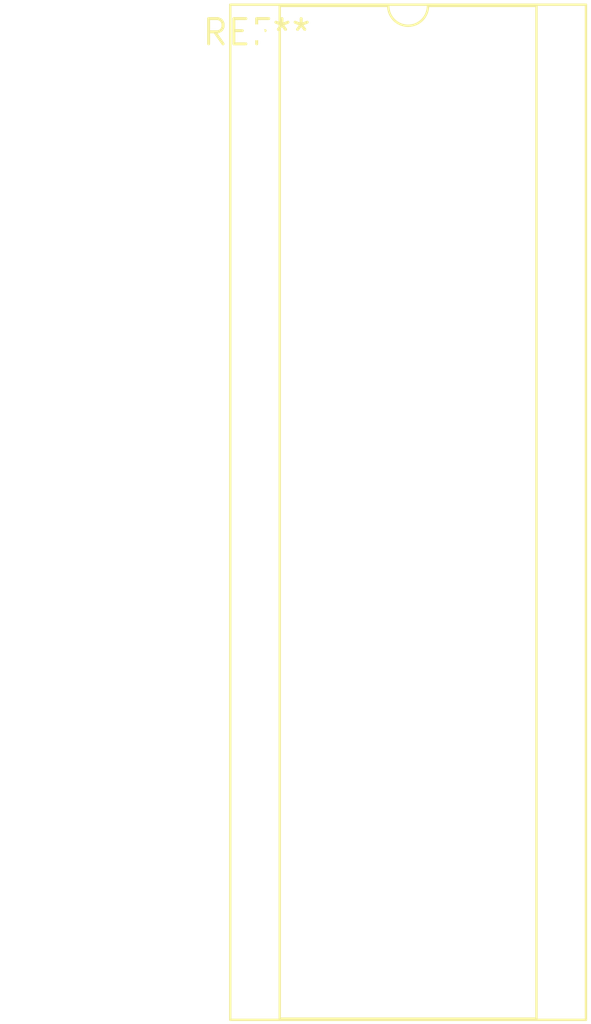
<source format=kicad_pcb>
(kicad_pcb (version 20240108) (generator pcbnew)
  (layers (0 "F.Cu" signal) (31 "B.Cu" signal) (34 "B.Paste" user) (35 "F.Paste" user) (36 "B.SilkS" user "B.Silkscreen") (37 "F.SilkS" user "F.Silkscreen") (38 "B.Mask" user) (39 "F.Mask" user) (44 "Edge.Cuts" user))
  (net 0 "")
  (footprint "DIP-40_W15.24mm_Socket" (layer "F.Cu") (at 0 0)
    (property "Reference" "REF**")
    (property "Value" "DIP-40_W15.24mm_Socket")
    (fp_line (start -1.33 -1.39) (end -1.33 49.65) (layer "F.SilkS") (stroke (width 0.12)))
    (fp_line (start -1.33 49.65) (end 16.57 49.65) (layer "F.SilkS") (stroke (width 0.12)))
    (fp_line (start 1.16 -1.33) (end 1.16 49.59) (layer "F.SilkS") (stroke (width 0.12)))
    (fp_line (start 1.16 49.59) (end 14.08 49.59) (layer "F.SilkS") (stroke (width 0.12)))
    (fp_line (start 6.62 -1.33) (end 1.16 -1.33) (layer "F.SilkS") (stroke (width 0.12)))
    (fp_line (start 14.08 -1.33) (end 8.62 -1.33) (layer "F.SilkS") (stroke (width 0.12)))
    (fp_line (start 14.08 49.59) (end 14.08 -1.33) (layer "F.SilkS") (stroke (width 0.12)))
    (fp_line (start 16.57 -1.39) (end -1.33 -1.39) (layer "F.SilkS") (stroke (width 0.12)))
    (fp_line (start 16.57 49.65) (end 16.57 -1.39) (layer "F.SilkS") (stroke (width 0.12)))
    (fp_arc (start 8.62 -1.33) (mid 7.62 -0.33) (end 6.62 -1.33) (layer "F.SilkS") (stroke (width 0.12)))
    (pad "1" thru_hole rect (at 0 0) (size 1.6 1.6) (drill 0.8) (layers *.Cu *.Mask) (remove_unused_layers))
    (pad "2" thru_hole oval (at 0 2.54) (size 1.6 1.6) (drill 0.8) (layers *.Cu *.Mask) (remove_unused_layers))
    (pad "3" thru_hole oval (at 0 5.08) (size 1.6 1.6) (drill 0.8) (layers *.Cu *.Mask) (remove_unused_layers))
    (pad "4" thru_hole oval (at 0 7.62) (size 1.6 1.6) (drill 0.8) (layers *.Cu *.Mask) (remove_unused_layers))
    (pad "5" thru_hole oval (at 0 10.16) (size 1.6 1.6) (drill 0.8) (layers *.Cu *.Mask) (remove_unused_layers))
    (pad "6" thru_hole oval (at 0 12.7) (size 1.6 1.6) (drill 0.8) (layers *.Cu *.Mask) (remove_unused_layers))
    (pad "7" thru_hole oval (at 0 15.24) (size 1.6 1.6) (drill 0.8) (layers *.Cu *.Mask) (remove_unused_layers))
    (pad "8" thru_hole oval (at 0 17.78) (size 1.6 1.6) (drill 0.8) (layers *.Cu *.Mask) (remove_unused_layers))
    (pad "9" thru_hole oval (at 0 20.32) (size 1.6 1.6) (drill 0.8) (layers *.Cu *.Mask) (remove_unused_layers))
    (pad "10" thru_hole oval (at 0 22.86) (size 1.6 1.6) (drill 0.8) (layers *.Cu *.Mask) (remove_unused_layers))
    (pad "11" thru_hole oval (at 0 25.4) (size 1.6 1.6) (drill 0.8) (layers *.Cu *.Mask) (remove_unused_layers))
    (pad "12" thru_hole oval (at 0 27.94) (size 1.6 1.6) (drill 0.8) (layers *.Cu *.Mask) (remove_unused_layers))
    (pad "13" thru_hole oval (at 0 30.48) (size 1.6 1.6) (drill 0.8) (layers *.Cu *.Mask) (remove_unused_layers))
    (pad "14" thru_hole oval (at 0 33.02) (size 1.6 1.6) (drill 0.8) (layers *.Cu *.Mask) (remove_unused_layers))
    (pad "15" thru_hole oval (at 0 35.56) (size 1.6 1.6) (drill 0.8) (layers *.Cu *.Mask) (remove_unused_layers))
    (pad "16" thru_hole oval (at 0 38.1) (size 1.6 1.6) (drill 0.8) (layers *.Cu *.Mask) (remove_unused_layers))
    (pad "17" thru_hole oval (at 0 40.64) (size 1.6 1.6) (drill 0.8) (layers *.Cu *.Mask) (remove_unused_layers))
    (pad "18" thru_hole oval (at 0 43.18) (size 1.6 1.6) (drill 0.8) (layers *.Cu *.Mask) (remove_unused_layers))
    (pad "19" thru_hole oval (at 0 45.72) (size 1.6 1.6) (drill 0.8) (layers *.Cu *.Mask) (remove_unused_layers))
    (pad "20" thru_hole oval (at 0 48.26) (size 1.6 1.6) (drill 0.8) (layers *.Cu *.Mask) (remove_unused_layers))
    (pad "21" thru_hole oval (at 15.24 48.26) (size 1.6 1.6) (drill 0.8) (layers *.Cu *.Mask) (remove_unused_layers))
    (pad "22" thru_hole oval (at 15.24 45.72) (size 1.6 1.6) (drill 0.8) (layers *.Cu *.Mask) (remove_unused_layers))
    (pad "23" thru_hole oval (at 15.24 43.18) (size 1.6 1.6) (drill 0.8) (layers *.Cu *.Mask) (remove_unused_layers))
    (pad "24" thru_hole oval (at 15.24 40.64) (size 1.6 1.6) (drill 0.8) (layers *.Cu *.Mask) (remove_unused_layers))
    (pad "25" thru_hole oval (at 15.24 38.1) (size 1.6 1.6) (drill 0.8) (layers *.Cu *.Mask) (remove_unused_layers))
    (pad "26" thru_hole oval (at 15.24 35.56) (size 1.6 1.6) (drill 0.8) (layers *.Cu *.Mask) (remove_unused_layers))
    (pad "27" thru_hole oval (at 15.24 33.02) (size 1.6 1.6) (drill 0.8) (layers *.Cu *.Mask) (remove_unused_layers))
    (pad "28" thru_hole oval (at 15.24 30.48) (size 1.6 1.6) (drill 0.8) (layers *.Cu *.Mask) (remove_unused_layers))
    (pad "29" thru_hole oval (at 15.24 27.94) (size 1.6 1.6) (drill 0.8) (layers *.Cu *.Mask) (remove_unused_layers))
    (pad "30" thru_hole oval (at 15.24 25.4) (size 1.6 1.6) (drill 0.8) (layers *.Cu *.Mask) (remove_unused_layers))
    (pad "31" thru_hole oval (at 15.24 22.86) (size 1.6 1.6) (drill 0.8) (layers *.Cu *.Mask) (remove_unused_layers))
    (pad "32" thru_hole oval (at 15.24 20.32) (size 1.6 1.6) (drill 0.8) (layers *.Cu *.Mask) (remove_unused_layers))
    (pad "33" thru_hole oval (at 15.24 17.78) (size 1.6 1.6) (drill 0.8) (layers *.Cu *.Mask) (remove_unused_layers))
    (pad "34" thru_hole oval (at 15.24 15.24) (size 1.6 1.6) (drill 0.8) (layers *.Cu *.Mask) (remove_unused_layers))
    (pad "35" thru_hole oval (at 15.24 12.7) (size 1.6 1.6) (drill 0.8) (layers *.Cu *.Mask) (remove_unused_layers))
    (pad "36" thru_hole oval (at 15.24 10.16) (size 1.6 1.6) (drill 0.8) (layers *.Cu *.Mask) (remove_unused_layers))
    (pad "37" thru_hole oval (at 15.24 7.62) (size 1.6 1.6) (drill 0.8) (layers *.Cu *.Mask) (remove_unused_layers))
    (pad "38" thru_hole oval (at 15.24 5.08) (size 1.6 1.6) (drill 0.8) (layers *.Cu *.Mask) (remove_unused_layers))
    (pad "39" thru_hole oval (at 15.24 2.54) (size 1.6 1.6) (drill 0.8) (layers *.Cu *.Mask) (remove_unused_layers))
    (pad "40" thru_hole oval (at 15.24 0) (size 1.6 1.6) (drill 0.8) (layers *.Cu *.Mask) (remove_unused_layers))
  )
)
</source>
